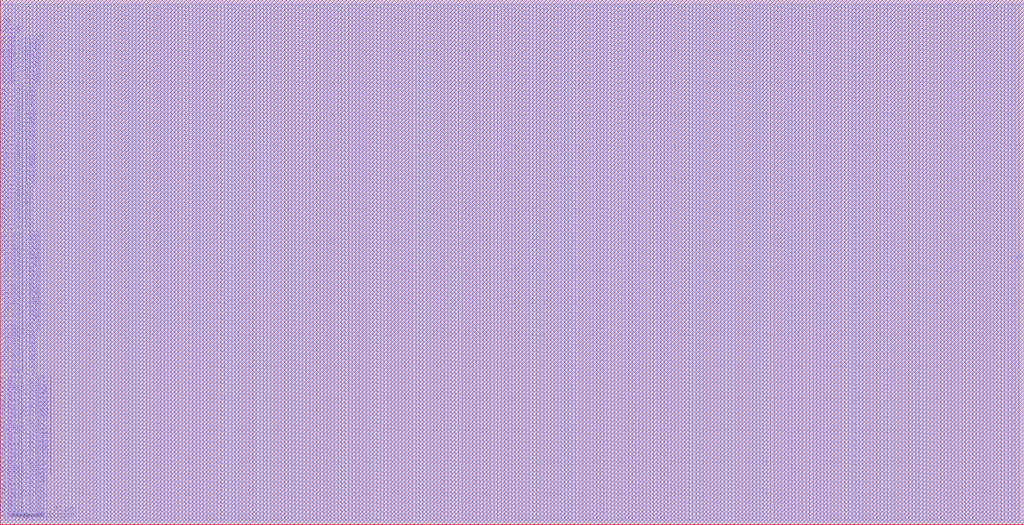
<source format=lef>
VERSION 5.7 ;
BUSBITCHARS "[]" ;
MACRO fakeram65_2048x32
  FOREIGN fakeram65_2048x32 0 0 ;
  SYMMETRY X Y R90 ;
  SIZE 323.400 BY 166.000 ;
  CLASS BLOCK ;
  PIN w_mask_in[0]
    DIRECTION INPUT ;
    USE SIGNAL ;
    SHAPE ABUTMENT ;
    PORT
      LAYER M3 ;
      RECT 0.000 1.365 0.070 1.435 ;
    END
  END w_mask_in[0]
  PIN w_mask_in[1]
    DIRECTION INPUT ;
    USE SIGNAL ;
    SHAPE ABUTMENT ;
    PORT
      LAYER M3 ;
      RECT 0.000 2.765 0.070 2.835 ;
    END
  END w_mask_in[1]
  PIN w_mask_in[2]
    DIRECTION INPUT ;
    USE SIGNAL ;
    SHAPE ABUTMENT ;
    PORT
      LAYER M3 ;
      RECT 0.000 4.165 0.070 4.235 ;
    END
  END w_mask_in[2]
  PIN w_mask_in[3]
    DIRECTION INPUT ;
    USE SIGNAL ;
    SHAPE ABUTMENT ;
    PORT
      LAYER M3 ;
      RECT 0.000 5.565 0.070 5.635 ;
    END
  END w_mask_in[3]
  PIN w_mask_in[4]
    DIRECTION INPUT ;
    USE SIGNAL ;
    SHAPE ABUTMENT ;
    PORT
      LAYER M3 ;
      RECT 0.000 6.965 0.070 7.035 ;
    END
  END w_mask_in[4]
  PIN w_mask_in[5]
    DIRECTION INPUT ;
    USE SIGNAL ;
    SHAPE ABUTMENT ;
    PORT
      LAYER M3 ;
      RECT 0.000 8.365 0.070 8.435 ;
    END
  END w_mask_in[5]
  PIN w_mask_in[6]
    DIRECTION INPUT ;
    USE SIGNAL ;
    SHAPE ABUTMENT ;
    PORT
      LAYER M3 ;
      RECT 0.000 9.765 0.070 9.835 ;
    END
  END w_mask_in[6]
  PIN w_mask_in[7]
    DIRECTION INPUT ;
    USE SIGNAL ;
    SHAPE ABUTMENT ;
    PORT
      LAYER M3 ;
      RECT 0.000 11.165 0.070 11.235 ;
    END
  END w_mask_in[7]
  PIN w_mask_in[8]
    DIRECTION INPUT ;
    USE SIGNAL ;
    SHAPE ABUTMENT ;
    PORT
      LAYER M3 ;
      RECT 0.000 12.565 0.070 12.635 ;
    END
  END w_mask_in[8]
  PIN w_mask_in[9]
    DIRECTION INPUT ;
    USE SIGNAL ;
    SHAPE ABUTMENT ;
    PORT
      LAYER M3 ;
      RECT 0.000 13.965 0.070 14.035 ;
    END
  END w_mask_in[9]
  PIN w_mask_in[10]
    DIRECTION INPUT ;
    USE SIGNAL ;
    SHAPE ABUTMENT ;
    PORT
      LAYER M3 ;
      RECT 0.000 15.365 0.070 15.435 ;
    END
  END w_mask_in[10]
  PIN w_mask_in[11]
    DIRECTION INPUT ;
    USE SIGNAL ;
    SHAPE ABUTMENT ;
    PORT
      LAYER M3 ;
      RECT 0.000 16.765 0.070 16.835 ;
    END
  END w_mask_in[11]
  PIN w_mask_in[12]
    DIRECTION INPUT ;
    USE SIGNAL ;
    SHAPE ABUTMENT ;
    PORT
      LAYER M3 ;
      RECT 0.000 18.165 0.070 18.235 ;
    END
  END w_mask_in[12]
  PIN w_mask_in[13]
    DIRECTION INPUT ;
    USE SIGNAL ;
    SHAPE ABUTMENT ;
    PORT
      LAYER M3 ;
      RECT 0.000 19.565 0.070 19.635 ;
    END
  END w_mask_in[13]
  PIN w_mask_in[14]
    DIRECTION INPUT ;
    USE SIGNAL ;
    SHAPE ABUTMENT ;
    PORT
      LAYER M3 ;
      RECT 0.000 20.965 0.070 21.035 ;
    END
  END w_mask_in[14]
  PIN w_mask_in[15]
    DIRECTION INPUT ;
    USE SIGNAL ;
    SHAPE ABUTMENT ;
    PORT
      LAYER M3 ;
      RECT 0.000 22.365 0.070 22.435 ;
    END
  END w_mask_in[15]
  PIN w_mask_in[16]
    DIRECTION INPUT ;
    USE SIGNAL ;
    SHAPE ABUTMENT ;
    PORT
      LAYER M3 ;
      RECT 0.000 23.765 0.070 23.835 ;
    END
  END w_mask_in[16]
  PIN w_mask_in[17]
    DIRECTION INPUT ;
    USE SIGNAL ;
    SHAPE ABUTMENT ;
    PORT
      LAYER M3 ;
      RECT 0.000 25.165 0.070 25.235 ;
    END
  END w_mask_in[17]
  PIN w_mask_in[18]
    DIRECTION INPUT ;
    USE SIGNAL ;
    SHAPE ABUTMENT ;
    PORT
      LAYER M3 ;
      RECT 0.000 26.565 0.070 26.635 ;
    END
  END w_mask_in[18]
  PIN w_mask_in[19]
    DIRECTION INPUT ;
    USE SIGNAL ;
    SHAPE ABUTMENT ;
    PORT
      LAYER M3 ;
      RECT 0.000 27.965 0.070 28.035 ;
    END
  END w_mask_in[19]
  PIN w_mask_in[20]
    DIRECTION INPUT ;
    USE SIGNAL ;
    SHAPE ABUTMENT ;
    PORT
      LAYER M3 ;
      RECT 0.000 29.365 0.070 29.435 ;
    END
  END w_mask_in[20]
  PIN w_mask_in[21]
    DIRECTION INPUT ;
    USE SIGNAL ;
    SHAPE ABUTMENT ;
    PORT
      LAYER M3 ;
      RECT 0.000 30.765 0.070 30.835 ;
    END
  END w_mask_in[21]
  PIN w_mask_in[22]
    DIRECTION INPUT ;
    USE SIGNAL ;
    SHAPE ABUTMENT ;
    PORT
      LAYER M3 ;
      RECT 0.000 32.165 0.070 32.235 ;
    END
  END w_mask_in[22]
  PIN w_mask_in[23]
    DIRECTION INPUT ;
    USE SIGNAL ;
    SHAPE ABUTMENT ;
    PORT
      LAYER M3 ;
      RECT 0.000 33.565 0.070 33.635 ;
    END
  END w_mask_in[23]
  PIN w_mask_in[24]
    DIRECTION INPUT ;
    USE SIGNAL ;
    SHAPE ABUTMENT ;
    PORT
      LAYER M3 ;
      RECT 0.000 34.965 0.070 35.035 ;
    END
  END w_mask_in[24]
  PIN w_mask_in[25]
    DIRECTION INPUT ;
    USE SIGNAL ;
    SHAPE ABUTMENT ;
    PORT
      LAYER M3 ;
      RECT 0.000 36.365 0.070 36.435 ;
    END
  END w_mask_in[25]
  PIN w_mask_in[26]
    DIRECTION INPUT ;
    USE SIGNAL ;
    SHAPE ABUTMENT ;
    PORT
      LAYER M3 ;
      RECT 0.000 37.765 0.070 37.835 ;
    END
  END w_mask_in[26]
  PIN w_mask_in[27]
    DIRECTION INPUT ;
    USE SIGNAL ;
    SHAPE ABUTMENT ;
    PORT
      LAYER M3 ;
      RECT 0.000 39.165 0.070 39.235 ;
    END
  END w_mask_in[27]
  PIN w_mask_in[28]
    DIRECTION INPUT ;
    USE SIGNAL ;
    SHAPE ABUTMENT ;
    PORT
      LAYER M3 ;
      RECT 0.000 40.565 0.070 40.635 ;
    END
  END w_mask_in[28]
  PIN w_mask_in[29]
    DIRECTION INPUT ;
    USE SIGNAL ;
    SHAPE ABUTMENT ;
    PORT
      LAYER M3 ;
      RECT 0.000 41.965 0.070 42.035 ;
    END
  END w_mask_in[29]
  PIN w_mask_in[30]
    DIRECTION INPUT ;
    USE SIGNAL ;
    SHAPE ABUTMENT ;
    PORT
      LAYER M3 ;
      RECT 0.000 43.365 0.070 43.435 ;
    END
  END w_mask_in[30]
  PIN w_mask_in[31]
    DIRECTION INPUT ;
    USE SIGNAL ;
    SHAPE ABUTMENT ;
    PORT
      LAYER M3 ;
      RECT 0.000 44.765 0.070 44.835 ;
    END
  END w_mask_in[31]
  PIN rd_out[0]
    DIRECTION OUTPUT ;
    USE SIGNAL ;
    SHAPE ABUTMENT ;
    PORT
      LAYER M3 ;
      RECT 0.000 47.005 0.070 47.075 ;
    END
  END rd_out[0]
  PIN rd_out[1]
    DIRECTION OUTPUT ;
    USE SIGNAL ;
    SHAPE ABUTMENT ;
    PORT
      LAYER M3 ;
      RECT 0.000 48.405 0.070 48.475 ;
    END
  END rd_out[1]
  PIN rd_out[2]
    DIRECTION OUTPUT ;
    USE SIGNAL ;
    SHAPE ABUTMENT ;
    PORT
      LAYER M3 ;
      RECT 0.000 49.805 0.070 49.875 ;
    END
  END rd_out[2]
  PIN rd_out[3]
    DIRECTION OUTPUT ;
    USE SIGNAL ;
    SHAPE ABUTMENT ;
    PORT
      LAYER M3 ;
      RECT 0.000 51.205 0.070 51.275 ;
    END
  END rd_out[3]
  PIN rd_out[4]
    DIRECTION OUTPUT ;
    USE SIGNAL ;
    SHAPE ABUTMENT ;
    PORT
      LAYER M3 ;
      RECT 0.000 52.605 0.070 52.675 ;
    END
  END rd_out[4]
  PIN rd_out[5]
    DIRECTION OUTPUT ;
    USE SIGNAL ;
    SHAPE ABUTMENT ;
    PORT
      LAYER M3 ;
      RECT 0.000 54.005 0.070 54.075 ;
    END
  END rd_out[5]
  PIN rd_out[6]
    DIRECTION OUTPUT ;
    USE SIGNAL ;
    SHAPE ABUTMENT ;
    PORT
      LAYER M3 ;
      RECT 0.000 55.405 0.070 55.475 ;
    END
  END rd_out[6]
  PIN rd_out[7]
    DIRECTION OUTPUT ;
    USE SIGNAL ;
    SHAPE ABUTMENT ;
    PORT
      LAYER M3 ;
      RECT 0.000 56.805 0.070 56.875 ;
    END
  END rd_out[7]
  PIN rd_out[8]
    DIRECTION OUTPUT ;
    USE SIGNAL ;
    SHAPE ABUTMENT ;
    PORT
      LAYER M3 ;
      RECT 0.000 58.205 0.070 58.275 ;
    END
  END rd_out[8]
  PIN rd_out[9]
    DIRECTION OUTPUT ;
    USE SIGNAL ;
    SHAPE ABUTMENT ;
    PORT
      LAYER M3 ;
      RECT 0.000 59.605 0.070 59.675 ;
    END
  END rd_out[9]
  PIN rd_out[10]
    DIRECTION OUTPUT ;
    USE SIGNAL ;
    SHAPE ABUTMENT ;
    PORT
      LAYER M3 ;
      RECT 0.000 61.005 0.070 61.075 ;
    END
  END rd_out[10]
  PIN rd_out[11]
    DIRECTION OUTPUT ;
    USE SIGNAL ;
    SHAPE ABUTMENT ;
    PORT
      LAYER M3 ;
      RECT 0.000 62.405 0.070 62.475 ;
    END
  END rd_out[11]
  PIN rd_out[12]
    DIRECTION OUTPUT ;
    USE SIGNAL ;
    SHAPE ABUTMENT ;
    PORT
      LAYER M3 ;
      RECT 0.000 63.805 0.070 63.875 ;
    END
  END rd_out[12]
  PIN rd_out[13]
    DIRECTION OUTPUT ;
    USE SIGNAL ;
    SHAPE ABUTMENT ;
    PORT
      LAYER M3 ;
      RECT 0.000 65.205 0.070 65.275 ;
    END
  END rd_out[13]
  PIN rd_out[14]
    DIRECTION OUTPUT ;
    USE SIGNAL ;
    SHAPE ABUTMENT ;
    PORT
      LAYER M3 ;
      RECT 0.000 66.605 0.070 66.675 ;
    END
  END rd_out[14]
  PIN rd_out[15]
    DIRECTION OUTPUT ;
    USE SIGNAL ;
    SHAPE ABUTMENT ;
    PORT
      LAYER M3 ;
      RECT 0.000 68.005 0.070 68.075 ;
    END
  END rd_out[15]
  PIN rd_out[16]
    DIRECTION OUTPUT ;
    USE SIGNAL ;
    SHAPE ABUTMENT ;
    PORT
      LAYER M3 ;
      RECT 0.000 69.405 0.070 69.475 ;
    END
  END rd_out[16]
  PIN rd_out[17]
    DIRECTION OUTPUT ;
    USE SIGNAL ;
    SHAPE ABUTMENT ;
    PORT
      LAYER M3 ;
      RECT 0.000 70.805 0.070 70.875 ;
    END
  END rd_out[17]
  PIN rd_out[18]
    DIRECTION OUTPUT ;
    USE SIGNAL ;
    SHAPE ABUTMENT ;
    PORT
      LAYER M3 ;
      RECT 0.000 72.205 0.070 72.275 ;
    END
  END rd_out[18]
  PIN rd_out[19]
    DIRECTION OUTPUT ;
    USE SIGNAL ;
    SHAPE ABUTMENT ;
    PORT
      LAYER M3 ;
      RECT 0.000 73.605 0.070 73.675 ;
    END
  END rd_out[19]
  PIN rd_out[20]
    DIRECTION OUTPUT ;
    USE SIGNAL ;
    SHAPE ABUTMENT ;
    PORT
      LAYER M3 ;
      RECT 0.000 75.005 0.070 75.075 ;
    END
  END rd_out[20]
  PIN rd_out[21]
    DIRECTION OUTPUT ;
    USE SIGNAL ;
    SHAPE ABUTMENT ;
    PORT
      LAYER M3 ;
      RECT 0.000 76.405 0.070 76.475 ;
    END
  END rd_out[21]
  PIN rd_out[22]
    DIRECTION OUTPUT ;
    USE SIGNAL ;
    SHAPE ABUTMENT ;
    PORT
      LAYER M3 ;
      RECT 0.000 77.805 0.070 77.875 ;
    END
  END rd_out[22]
  PIN rd_out[23]
    DIRECTION OUTPUT ;
    USE SIGNAL ;
    SHAPE ABUTMENT ;
    PORT
      LAYER M3 ;
      RECT 0.000 79.205 0.070 79.275 ;
    END
  END rd_out[23]
  PIN rd_out[24]
    DIRECTION OUTPUT ;
    USE SIGNAL ;
    SHAPE ABUTMENT ;
    PORT
      LAYER M3 ;
      RECT 0.000 80.605 0.070 80.675 ;
    END
  END rd_out[24]
  PIN rd_out[25]
    DIRECTION OUTPUT ;
    USE SIGNAL ;
    SHAPE ABUTMENT ;
    PORT
      LAYER M3 ;
      RECT 0.000 82.005 0.070 82.075 ;
    END
  END rd_out[25]
  PIN rd_out[26]
    DIRECTION OUTPUT ;
    USE SIGNAL ;
    SHAPE ABUTMENT ;
    PORT
      LAYER M3 ;
      RECT 0.000 83.405 0.070 83.475 ;
    END
  END rd_out[26]
  PIN rd_out[27]
    DIRECTION OUTPUT ;
    USE SIGNAL ;
    SHAPE ABUTMENT ;
    PORT
      LAYER M3 ;
      RECT 0.000 84.805 0.070 84.875 ;
    END
  END rd_out[27]
  PIN rd_out[28]
    DIRECTION OUTPUT ;
    USE SIGNAL ;
    SHAPE ABUTMENT ;
    PORT
      LAYER M3 ;
      RECT 0.000 86.205 0.070 86.275 ;
    END
  END rd_out[28]
  PIN rd_out[29]
    DIRECTION OUTPUT ;
    USE SIGNAL ;
    SHAPE ABUTMENT ;
    PORT
      LAYER M3 ;
      RECT 0.000 87.605 0.070 87.675 ;
    END
  END rd_out[29]
  PIN rd_out[30]
    DIRECTION OUTPUT ;
    USE SIGNAL ;
    SHAPE ABUTMENT ;
    PORT
      LAYER M3 ;
      RECT 0.000 89.005 0.070 89.075 ;
    END
  END rd_out[30]
  PIN rd_out[31]
    DIRECTION OUTPUT ;
    USE SIGNAL ;
    SHAPE ABUTMENT ;
    PORT
      LAYER M3 ;
      RECT 0.000 90.405 0.070 90.475 ;
    END
  END rd_out[31]
  PIN wd_in[0]
    DIRECTION INPUT ;
    USE SIGNAL ;
    SHAPE ABUTMENT ;
    PORT
      LAYER M3 ;
      RECT 0.000 92.645 0.070 92.715 ;
    END
  END wd_in[0]
  PIN wd_in[1]
    DIRECTION INPUT ;
    USE SIGNAL ;
    SHAPE ABUTMENT ;
    PORT
      LAYER M3 ;
      RECT 0.000 94.045 0.070 94.115 ;
    END
  END wd_in[1]
  PIN wd_in[2]
    DIRECTION INPUT ;
    USE SIGNAL ;
    SHAPE ABUTMENT ;
    PORT
      LAYER M3 ;
      RECT 0.000 95.445 0.070 95.515 ;
    END
  END wd_in[2]
  PIN wd_in[3]
    DIRECTION INPUT ;
    USE SIGNAL ;
    SHAPE ABUTMENT ;
    PORT
      LAYER M3 ;
      RECT 0.000 96.845 0.070 96.915 ;
    END
  END wd_in[3]
  PIN wd_in[4]
    DIRECTION INPUT ;
    USE SIGNAL ;
    SHAPE ABUTMENT ;
    PORT
      LAYER M3 ;
      RECT 0.000 98.245 0.070 98.315 ;
    END
  END wd_in[4]
  PIN wd_in[5]
    DIRECTION INPUT ;
    USE SIGNAL ;
    SHAPE ABUTMENT ;
    PORT
      LAYER M3 ;
      RECT 0.000 99.645 0.070 99.715 ;
    END
  END wd_in[5]
  PIN wd_in[6]
    DIRECTION INPUT ;
    USE SIGNAL ;
    SHAPE ABUTMENT ;
    PORT
      LAYER M3 ;
      RECT 0.000 101.045 0.070 101.115 ;
    END
  END wd_in[6]
  PIN wd_in[7]
    DIRECTION INPUT ;
    USE SIGNAL ;
    SHAPE ABUTMENT ;
    PORT
      LAYER M3 ;
      RECT 0.000 102.445 0.070 102.515 ;
    END
  END wd_in[7]
  PIN wd_in[8]
    DIRECTION INPUT ;
    USE SIGNAL ;
    SHAPE ABUTMENT ;
    PORT
      LAYER M3 ;
      RECT 0.000 103.845 0.070 103.915 ;
    END
  END wd_in[8]
  PIN wd_in[9]
    DIRECTION INPUT ;
    USE SIGNAL ;
    SHAPE ABUTMENT ;
    PORT
      LAYER M3 ;
      RECT 0.000 105.245 0.070 105.315 ;
    END
  END wd_in[9]
  PIN wd_in[10]
    DIRECTION INPUT ;
    USE SIGNAL ;
    SHAPE ABUTMENT ;
    PORT
      LAYER M3 ;
      RECT 0.000 106.645 0.070 106.715 ;
    END
  END wd_in[10]
  PIN wd_in[11]
    DIRECTION INPUT ;
    USE SIGNAL ;
    SHAPE ABUTMENT ;
    PORT
      LAYER M3 ;
      RECT 0.000 108.045 0.070 108.115 ;
    END
  END wd_in[11]
  PIN wd_in[12]
    DIRECTION INPUT ;
    USE SIGNAL ;
    SHAPE ABUTMENT ;
    PORT
      LAYER M3 ;
      RECT 0.000 109.445 0.070 109.515 ;
    END
  END wd_in[12]
  PIN wd_in[13]
    DIRECTION INPUT ;
    USE SIGNAL ;
    SHAPE ABUTMENT ;
    PORT
      LAYER M3 ;
      RECT 0.000 110.845 0.070 110.915 ;
    END
  END wd_in[13]
  PIN wd_in[14]
    DIRECTION INPUT ;
    USE SIGNAL ;
    SHAPE ABUTMENT ;
    PORT
      LAYER M3 ;
      RECT 0.000 112.245 0.070 112.315 ;
    END
  END wd_in[14]
  PIN wd_in[15]
    DIRECTION INPUT ;
    USE SIGNAL ;
    SHAPE ABUTMENT ;
    PORT
      LAYER M3 ;
      RECT 0.000 113.645 0.070 113.715 ;
    END
  END wd_in[15]
  PIN wd_in[16]
    DIRECTION INPUT ;
    USE SIGNAL ;
    SHAPE ABUTMENT ;
    PORT
      LAYER M3 ;
      RECT 0.000 115.045 0.070 115.115 ;
    END
  END wd_in[16]
  PIN wd_in[17]
    DIRECTION INPUT ;
    USE SIGNAL ;
    SHAPE ABUTMENT ;
    PORT
      LAYER M3 ;
      RECT 0.000 116.445 0.070 116.515 ;
    END
  END wd_in[17]
  PIN wd_in[18]
    DIRECTION INPUT ;
    USE SIGNAL ;
    SHAPE ABUTMENT ;
    PORT
      LAYER M3 ;
      RECT 0.000 117.845 0.070 117.915 ;
    END
  END wd_in[18]
  PIN wd_in[19]
    DIRECTION INPUT ;
    USE SIGNAL ;
    SHAPE ABUTMENT ;
    PORT
      LAYER M3 ;
      RECT 0.000 119.245 0.070 119.315 ;
    END
  END wd_in[19]
  PIN wd_in[20]
    DIRECTION INPUT ;
    USE SIGNAL ;
    SHAPE ABUTMENT ;
    PORT
      LAYER M3 ;
      RECT 0.000 120.645 0.070 120.715 ;
    END
  END wd_in[20]
  PIN wd_in[21]
    DIRECTION INPUT ;
    USE SIGNAL ;
    SHAPE ABUTMENT ;
    PORT
      LAYER M3 ;
      RECT 0.000 122.045 0.070 122.115 ;
    END
  END wd_in[21]
  PIN wd_in[22]
    DIRECTION INPUT ;
    USE SIGNAL ;
    SHAPE ABUTMENT ;
    PORT
      LAYER M3 ;
      RECT 0.000 123.445 0.070 123.515 ;
    END
  END wd_in[22]
  PIN wd_in[23]
    DIRECTION INPUT ;
    USE SIGNAL ;
    SHAPE ABUTMENT ;
    PORT
      LAYER M3 ;
      RECT 0.000 124.845 0.070 124.915 ;
    END
  END wd_in[23]
  PIN wd_in[24]
    DIRECTION INPUT ;
    USE SIGNAL ;
    SHAPE ABUTMENT ;
    PORT
      LAYER M3 ;
      RECT 0.000 126.245 0.070 126.315 ;
    END
  END wd_in[24]
  PIN wd_in[25]
    DIRECTION INPUT ;
    USE SIGNAL ;
    SHAPE ABUTMENT ;
    PORT
      LAYER M3 ;
      RECT 0.000 127.645 0.070 127.715 ;
    END
  END wd_in[25]
  PIN wd_in[26]
    DIRECTION INPUT ;
    USE SIGNAL ;
    SHAPE ABUTMENT ;
    PORT
      LAYER M3 ;
      RECT 0.000 129.045 0.070 129.115 ;
    END
  END wd_in[26]
  PIN wd_in[27]
    DIRECTION INPUT ;
    USE SIGNAL ;
    SHAPE ABUTMENT ;
    PORT
      LAYER M3 ;
      RECT 0.000 130.445 0.070 130.515 ;
    END
  END wd_in[27]
  PIN wd_in[28]
    DIRECTION INPUT ;
    USE SIGNAL ;
    SHAPE ABUTMENT ;
    PORT
      LAYER M3 ;
      RECT 0.000 131.845 0.070 131.915 ;
    END
  END wd_in[28]
  PIN wd_in[29]
    DIRECTION INPUT ;
    USE SIGNAL ;
    SHAPE ABUTMENT ;
    PORT
      LAYER M3 ;
      RECT 0.000 133.245 0.070 133.315 ;
    END
  END wd_in[29]
  PIN wd_in[30]
    DIRECTION INPUT ;
    USE SIGNAL ;
    SHAPE ABUTMENT ;
    PORT
      LAYER M3 ;
      RECT 0.000 134.645 0.070 134.715 ;
    END
  END wd_in[30]
  PIN wd_in[31]
    DIRECTION INPUT ;
    USE SIGNAL ;
    SHAPE ABUTMENT ;
    PORT
      LAYER M3 ;
      RECT 0.000 136.045 0.070 136.115 ;
    END
  END wd_in[31]
  PIN addr_in[0]
    DIRECTION INPUT ;
    USE SIGNAL ;
    SHAPE ABUTMENT ;
    PORT
      LAYER M3 ;
      RECT 0.000 138.285 0.070 138.355 ;
    END
  END addr_in[0]
  PIN addr_in[1]
    DIRECTION INPUT ;
    USE SIGNAL ;
    SHAPE ABUTMENT ;
    PORT
      LAYER M3 ;
      RECT 0.000 139.685 0.070 139.755 ;
    END
  END addr_in[1]
  PIN addr_in[2]
    DIRECTION INPUT ;
    USE SIGNAL ;
    SHAPE ABUTMENT ;
    PORT
      LAYER M3 ;
      RECT 0.000 141.085 0.070 141.155 ;
    END
  END addr_in[2]
  PIN addr_in[3]
    DIRECTION INPUT ;
    USE SIGNAL ;
    SHAPE ABUTMENT ;
    PORT
      LAYER M3 ;
      RECT 0.000 142.485 0.070 142.555 ;
    END
  END addr_in[3]
  PIN addr_in[4]
    DIRECTION INPUT ;
    USE SIGNAL ;
    SHAPE ABUTMENT ;
    PORT
      LAYER M3 ;
      RECT 0.000 143.885 0.070 143.955 ;
    END
  END addr_in[4]
  PIN addr_in[5]
    DIRECTION INPUT ;
    USE SIGNAL ;
    SHAPE ABUTMENT ;
    PORT
      LAYER M3 ;
      RECT 0.000 145.285 0.070 145.355 ;
    END
  END addr_in[5]
  PIN addr_in[6]
    DIRECTION INPUT ;
    USE SIGNAL ;
    SHAPE ABUTMENT ;
    PORT
      LAYER M3 ;
      RECT 0.000 146.685 0.070 146.755 ;
    END
  END addr_in[6]
  PIN addr_in[7]
    DIRECTION INPUT ;
    USE SIGNAL ;
    SHAPE ABUTMENT ;
    PORT
      LAYER M3 ;
      RECT 0.000 148.085 0.070 148.155 ;
    END
  END addr_in[7]
  PIN addr_in[8]
    DIRECTION INPUT ;
    USE SIGNAL ;
    SHAPE ABUTMENT ;
    PORT
      LAYER M3 ;
      RECT 0.000 149.485 0.070 149.555 ;
    END
  END addr_in[8]
  PIN addr_in[9]
    DIRECTION INPUT ;
    USE SIGNAL ;
    SHAPE ABUTMENT ;
    PORT
      LAYER M3 ;
      RECT 0.000 150.885 0.070 150.955 ;
    END
  END addr_in[9]
  PIN addr_in[10]
    DIRECTION INPUT ;
    USE SIGNAL ;
    SHAPE ABUTMENT ;
    PORT
      LAYER M3 ;
      RECT 0.000 152.285 0.070 152.355 ;
    END
  END addr_in[10]
  PIN we_in
    DIRECTION INPUT ;
    USE SIGNAL ;
    SHAPE ABUTMENT ;
    PORT
      LAYER M3 ;
      RECT 0.000 154.525 0.070 154.595 ;
    END
  END we_in
  PIN ce_in
    DIRECTION INPUT ;
    USE SIGNAL ;
    SHAPE ABUTMENT ;
    PORT
      LAYER M3 ;
      RECT 0.000 155.925 0.070 155.995 ;
    END
  END ce_in
  PIN clk
    DIRECTION INPUT ;
    USE SIGNAL ;
    SHAPE ABUTMENT ;
    PORT
      LAYER M3 ;
      RECT 0.000 157.325 0.070 157.395 ;
    END
  END clk
  PIN VSS
    DIRECTION INOUT ;
    USE GROUND ;
    PORT
      LAYER M4 ;
      RECT 1.260 1.400 1.540 164.600 ;
      RECT 3.500 1.400 3.780 164.600 ;
      RECT 5.740 1.400 6.020 164.600 ;
      RECT 7.980 1.400 8.260 164.600 ;
      RECT 10.220 1.400 10.500 164.600 ;
      RECT 12.460 1.400 12.740 164.600 ;
      RECT 14.700 1.400 14.980 164.600 ;
      RECT 16.940 1.400 17.220 164.600 ;
      RECT 19.180 1.400 19.460 164.600 ;
      RECT 21.420 1.400 21.700 164.600 ;
      RECT 23.660 1.400 23.940 164.600 ;
      RECT 25.900 1.400 26.180 164.600 ;
      RECT 28.140 1.400 28.420 164.600 ;
      RECT 30.380 1.400 30.660 164.600 ;
      RECT 32.620 1.400 32.900 164.600 ;
      RECT 34.860 1.400 35.140 164.600 ;
      RECT 37.100 1.400 37.380 164.600 ;
      RECT 39.340 1.400 39.620 164.600 ;
      RECT 41.580 1.400 41.860 164.600 ;
      RECT 43.820 1.400 44.100 164.600 ;
      RECT 46.060 1.400 46.340 164.600 ;
      RECT 48.300 1.400 48.580 164.600 ;
      RECT 50.540 1.400 50.820 164.600 ;
      RECT 52.780 1.400 53.060 164.600 ;
      RECT 55.020 1.400 55.300 164.600 ;
      RECT 57.260 1.400 57.540 164.600 ;
      RECT 59.500 1.400 59.780 164.600 ;
      RECT 61.740 1.400 62.020 164.600 ;
      RECT 63.980 1.400 64.260 164.600 ;
      RECT 66.220 1.400 66.500 164.600 ;
      RECT 68.460 1.400 68.740 164.600 ;
      RECT 70.700 1.400 70.980 164.600 ;
      RECT 72.940 1.400 73.220 164.600 ;
      RECT 75.180 1.400 75.460 164.600 ;
      RECT 77.420 1.400 77.700 164.600 ;
      RECT 79.660 1.400 79.940 164.600 ;
      RECT 81.900 1.400 82.180 164.600 ;
      RECT 84.140 1.400 84.420 164.600 ;
      RECT 86.380 1.400 86.660 164.600 ;
      RECT 88.620 1.400 88.900 164.600 ;
      RECT 90.860 1.400 91.140 164.600 ;
      RECT 93.100 1.400 93.380 164.600 ;
      RECT 95.340 1.400 95.620 164.600 ;
      RECT 97.580 1.400 97.860 164.600 ;
      RECT 99.820 1.400 100.100 164.600 ;
      RECT 102.060 1.400 102.340 164.600 ;
      RECT 104.300 1.400 104.580 164.600 ;
      RECT 106.540 1.400 106.820 164.600 ;
      RECT 108.780 1.400 109.060 164.600 ;
      RECT 111.020 1.400 111.300 164.600 ;
      RECT 113.260 1.400 113.540 164.600 ;
      RECT 115.500 1.400 115.780 164.600 ;
      RECT 117.740 1.400 118.020 164.600 ;
      RECT 119.980 1.400 120.260 164.600 ;
      RECT 122.220 1.400 122.500 164.600 ;
      RECT 124.460 1.400 124.740 164.600 ;
      RECT 126.700 1.400 126.980 164.600 ;
      RECT 128.940 1.400 129.220 164.600 ;
      RECT 131.180 1.400 131.460 164.600 ;
      RECT 133.420 1.400 133.700 164.600 ;
      RECT 135.660 1.400 135.940 164.600 ;
      RECT 137.900 1.400 138.180 164.600 ;
      RECT 140.140 1.400 140.420 164.600 ;
      RECT 142.380 1.400 142.660 164.600 ;
      RECT 144.620 1.400 144.900 164.600 ;
      RECT 146.860 1.400 147.140 164.600 ;
      RECT 149.100 1.400 149.380 164.600 ;
      RECT 151.340 1.400 151.620 164.600 ;
      RECT 153.580 1.400 153.860 164.600 ;
      RECT 155.820 1.400 156.100 164.600 ;
      RECT 158.060 1.400 158.340 164.600 ;
      RECT 160.300 1.400 160.580 164.600 ;
      RECT 162.540 1.400 162.820 164.600 ;
      RECT 164.780 1.400 165.060 164.600 ;
      RECT 167.020 1.400 167.300 164.600 ;
      RECT 169.260 1.400 169.540 164.600 ;
      RECT 171.500 1.400 171.780 164.600 ;
      RECT 173.740 1.400 174.020 164.600 ;
      RECT 175.980 1.400 176.260 164.600 ;
      RECT 178.220 1.400 178.500 164.600 ;
      RECT 180.460 1.400 180.740 164.600 ;
      RECT 182.700 1.400 182.980 164.600 ;
      RECT 184.940 1.400 185.220 164.600 ;
      RECT 187.180 1.400 187.460 164.600 ;
      RECT 189.420 1.400 189.700 164.600 ;
      RECT 191.660 1.400 191.940 164.600 ;
      RECT 193.900 1.400 194.180 164.600 ;
      RECT 196.140 1.400 196.420 164.600 ;
      RECT 198.380 1.400 198.660 164.600 ;
      RECT 200.620 1.400 200.900 164.600 ;
      RECT 202.860 1.400 203.140 164.600 ;
      RECT 205.100 1.400 205.380 164.600 ;
      RECT 207.340 1.400 207.620 164.600 ;
      RECT 209.580 1.400 209.860 164.600 ;
      RECT 211.820 1.400 212.100 164.600 ;
      RECT 214.060 1.400 214.340 164.600 ;
      RECT 216.300 1.400 216.580 164.600 ;
      RECT 218.540 1.400 218.820 164.600 ;
      RECT 220.780 1.400 221.060 164.600 ;
      RECT 223.020 1.400 223.300 164.600 ;
      RECT 225.260 1.400 225.540 164.600 ;
      RECT 227.500 1.400 227.780 164.600 ;
      RECT 229.740 1.400 230.020 164.600 ;
      RECT 231.980 1.400 232.260 164.600 ;
      RECT 234.220 1.400 234.500 164.600 ;
      RECT 236.460 1.400 236.740 164.600 ;
      RECT 238.700 1.400 238.980 164.600 ;
      RECT 240.940 1.400 241.220 164.600 ;
      RECT 243.180 1.400 243.460 164.600 ;
      RECT 245.420 1.400 245.700 164.600 ;
      RECT 247.660 1.400 247.940 164.600 ;
      RECT 249.900 1.400 250.180 164.600 ;
      RECT 252.140 1.400 252.420 164.600 ;
      RECT 254.380 1.400 254.660 164.600 ;
      RECT 256.620 1.400 256.900 164.600 ;
      RECT 258.860 1.400 259.140 164.600 ;
      RECT 261.100 1.400 261.380 164.600 ;
      RECT 263.340 1.400 263.620 164.600 ;
      RECT 265.580 1.400 265.860 164.600 ;
      RECT 267.820 1.400 268.100 164.600 ;
      RECT 270.060 1.400 270.340 164.600 ;
      RECT 272.300 1.400 272.580 164.600 ;
      RECT 274.540 1.400 274.820 164.600 ;
      RECT 276.780 1.400 277.060 164.600 ;
      RECT 279.020 1.400 279.300 164.600 ;
      RECT 281.260 1.400 281.540 164.600 ;
      RECT 283.500 1.400 283.780 164.600 ;
      RECT 285.740 1.400 286.020 164.600 ;
      RECT 287.980 1.400 288.260 164.600 ;
      RECT 290.220 1.400 290.500 164.600 ;
      RECT 292.460 1.400 292.740 164.600 ;
      RECT 294.700 1.400 294.980 164.600 ;
      RECT 296.940 1.400 297.220 164.600 ;
      RECT 299.180 1.400 299.460 164.600 ;
      RECT 301.420 1.400 301.700 164.600 ;
      RECT 303.660 1.400 303.940 164.600 ;
      RECT 305.900 1.400 306.180 164.600 ;
      RECT 308.140 1.400 308.420 164.600 ;
      RECT 310.380 1.400 310.660 164.600 ;
      RECT 312.620 1.400 312.900 164.600 ;
      RECT 314.860 1.400 315.140 164.600 ;
      RECT 317.100 1.400 317.380 164.600 ;
      RECT 319.340 1.400 319.620 164.600 ;
      RECT 321.580 1.400 321.860 164.600 ;
    END
  END VSS
  PIN VDD
    DIRECTION INOUT ;
    USE POWER ;
    PORT
      LAYER M4 ;
      RECT 2.380 1.400 2.660 164.600 ;
      RECT 4.620 1.400 4.900 164.600 ;
      RECT 6.860 1.400 7.140 164.600 ;
      RECT 9.100 1.400 9.380 164.600 ;
      RECT 11.340 1.400 11.620 164.600 ;
      RECT 13.580 1.400 13.860 164.600 ;
      RECT 15.820 1.400 16.100 164.600 ;
      RECT 18.060 1.400 18.340 164.600 ;
      RECT 20.300 1.400 20.580 164.600 ;
      RECT 22.540 1.400 22.820 164.600 ;
      RECT 24.780 1.400 25.060 164.600 ;
      RECT 27.020 1.400 27.300 164.600 ;
      RECT 29.260 1.400 29.540 164.600 ;
      RECT 31.500 1.400 31.780 164.600 ;
      RECT 33.740 1.400 34.020 164.600 ;
      RECT 35.980 1.400 36.260 164.600 ;
      RECT 38.220 1.400 38.500 164.600 ;
      RECT 40.460 1.400 40.740 164.600 ;
      RECT 42.700 1.400 42.980 164.600 ;
      RECT 44.940 1.400 45.220 164.600 ;
      RECT 47.180 1.400 47.460 164.600 ;
      RECT 49.420 1.400 49.700 164.600 ;
      RECT 51.660 1.400 51.940 164.600 ;
      RECT 53.900 1.400 54.180 164.600 ;
      RECT 56.140 1.400 56.420 164.600 ;
      RECT 58.380 1.400 58.660 164.600 ;
      RECT 60.620 1.400 60.900 164.600 ;
      RECT 62.860 1.400 63.140 164.600 ;
      RECT 65.100 1.400 65.380 164.600 ;
      RECT 67.340 1.400 67.620 164.600 ;
      RECT 69.580 1.400 69.860 164.600 ;
      RECT 71.820 1.400 72.100 164.600 ;
      RECT 74.060 1.400 74.340 164.600 ;
      RECT 76.300 1.400 76.580 164.600 ;
      RECT 78.540 1.400 78.820 164.600 ;
      RECT 80.780 1.400 81.060 164.600 ;
      RECT 83.020 1.400 83.300 164.600 ;
      RECT 85.260 1.400 85.540 164.600 ;
      RECT 87.500 1.400 87.780 164.600 ;
      RECT 89.740 1.400 90.020 164.600 ;
      RECT 91.980 1.400 92.260 164.600 ;
      RECT 94.220 1.400 94.500 164.600 ;
      RECT 96.460 1.400 96.740 164.600 ;
      RECT 98.700 1.400 98.980 164.600 ;
      RECT 100.940 1.400 101.220 164.600 ;
      RECT 103.180 1.400 103.460 164.600 ;
      RECT 105.420 1.400 105.700 164.600 ;
      RECT 107.660 1.400 107.940 164.600 ;
      RECT 109.900 1.400 110.180 164.600 ;
      RECT 112.140 1.400 112.420 164.600 ;
      RECT 114.380 1.400 114.660 164.600 ;
      RECT 116.620 1.400 116.900 164.600 ;
      RECT 118.860 1.400 119.140 164.600 ;
      RECT 121.100 1.400 121.380 164.600 ;
      RECT 123.340 1.400 123.620 164.600 ;
      RECT 125.580 1.400 125.860 164.600 ;
      RECT 127.820 1.400 128.100 164.600 ;
      RECT 130.060 1.400 130.340 164.600 ;
      RECT 132.300 1.400 132.580 164.600 ;
      RECT 134.540 1.400 134.820 164.600 ;
      RECT 136.780 1.400 137.060 164.600 ;
      RECT 139.020 1.400 139.300 164.600 ;
      RECT 141.260 1.400 141.540 164.600 ;
      RECT 143.500 1.400 143.780 164.600 ;
      RECT 145.740 1.400 146.020 164.600 ;
      RECT 147.980 1.400 148.260 164.600 ;
      RECT 150.220 1.400 150.500 164.600 ;
      RECT 152.460 1.400 152.740 164.600 ;
      RECT 154.700 1.400 154.980 164.600 ;
      RECT 156.940 1.400 157.220 164.600 ;
      RECT 159.180 1.400 159.460 164.600 ;
      RECT 161.420 1.400 161.700 164.600 ;
      RECT 163.660 1.400 163.940 164.600 ;
      RECT 165.900 1.400 166.180 164.600 ;
      RECT 168.140 1.400 168.420 164.600 ;
      RECT 170.380 1.400 170.660 164.600 ;
      RECT 172.620 1.400 172.900 164.600 ;
      RECT 174.860 1.400 175.140 164.600 ;
      RECT 177.100 1.400 177.380 164.600 ;
      RECT 179.340 1.400 179.620 164.600 ;
      RECT 181.580 1.400 181.860 164.600 ;
      RECT 183.820 1.400 184.100 164.600 ;
      RECT 186.060 1.400 186.340 164.600 ;
      RECT 188.300 1.400 188.580 164.600 ;
      RECT 190.540 1.400 190.820 164.600 ;
      RECT 192.780 1.400 193.060 164.600 ;
      RECT 195.020 1.400 195.300 164.600 ;
      RECT 197.260 1.400 197.540 164.600 ;
      RECT 199.500 1.400 199.780 164.600 ;
      RECT 201.740 1.400 202.020 164.600 ;
      RECT 203.980 1.400 204.260 164.600 ;
      RECT 206.220 1.400 206.500 164.600 ;
      RECT 208.460 1.400 208.740 164.600 ;
      RECT 210.700 1.400 210.980 164.600 ;
      RECT 212.940 1.400 213.220 164.600 ;
      RECT 215.180 1.400 215.460 164.600 ;
      RECT 217.420 1.400 217.700 164.600 ;
      RECT 219.660 1.400 219.940 164.600 ;
      RECT 221.900 1.400 222.180 164.600 ;
      RECT 224.140 1.400 224.420 164.600 ;
      RECT 226.380 1.400 226.660 164.600 ;
      RECT 228.620 1.400 228.900 164.600 ;
      RECT 230.860 1.400 231.140 164.600 ;
      RECT 233.100 1.400 233.380 164.600 ;
      RECT 235.340 1.400 235.620 164.600 ;
      RECT 237.580 1.400 237.860 164.600 ;
      RECT 239.820 1.400 240.100 164.600 ;
      RECT 242.060 1.400 242.340 164.600 ;
      RECT 244.300 1.400 244.580 164.600 ;
      RECT 246.540 1.400 246.820 164.600 ;
      RECT 248.780 1.400 249.060 164.600 ;
      RECT 251.020 1.400 251.300 164.600 ;
      RECT 253.260 1.400 253.540 164.600 ;
      RECT 255.500 1.400 255.780 164.600 ;
      RECT 257.740 1.400 258.020 164.600 ;
      RECT 259.980 1.400 260.260 164.600 ;
      RECT 262.220 1.400 262.500 164.600 ;
      RECT 264.460 1.400 264.740 164.600 ;
      RECT 266.700 1.400 266.980 164.600 ;
      RECT 268.940 1.400 269.220 164.600 ;
      RECT 271.180 1.400 271.460 164.600 ;
      RECT 273.420 1.400 273.700 164.600 ;
      RECT 275.660 1.400 275.940 164.600 ;
      RECT 277.900 1.400 278.180 164.600 ;
      RECT 280.140 1.400 280.420 164.600 ;
      RECT 282.380 1.400 282.660 164.600 ;
      RECT 284.620 1.400 284.900 164.600 ;
      RECT 286.860 1.400 287.140 164.600 ;
      RECT 289.100 1.400 289.380 164.600 ;
      RECT 291.340 1.400 291.620 164.600 ;
      RECT 293.580 1.400 293.860 164.600 ;
      RECT 295.820 1.400 296.100 164.600 ;
      RECT 298.060 1.400 298.340 164.600 ;
      RECT 300.300 1.400 300.580 164.600 ;
      RECT 302.540 1.400 302.820 164.600 ;
      RECT 304.780 1.400 305.060 164.600 ;
      RECT 307.020 1.400 307.300 164.600 ;
      RECT 309.260 1.400 309.540 164.600 ;
      RECT 311.500 1.400 311.780 164.600 ;
      RECT 313.740 1.400 314.020 164.600 ;
      RECT 315.980 1.400 316.260 164.600 ;
      RECT 318.220 1.400 318.500 164.600 ;
      RECT 320.460 1.400 320.740 164.600 ;
    END
  END VDD
  OBS
    LAYER M1 ;
    RECT 0 0 323.400 166.000 ;
    LAYER M2 ;
    RECT 0 0 323.400 166.000 ;
    LAYER M3 ;
    RECT 0.070 0 323.400 166.000 ;
    RECT 0 0.000 0.070 1.365 ;
    RECT 0 1.435 0.070 2.765 ;
    RECT 0 2.835 0.070 4.165 ;
    RECT 0 4.235 0.070 5.565 ;
    RECT 0 5.635 0.070 6.965 ;
    RECT 0 7.035 0.070 8.365 ;
    RECT 0 8.435 0.070 9.765 ;
    RECT 0 9.835 0.070 11.165 ;
    RECT 0 11.235 0.070 12.565 ;
    RECT 0 12.635 0.070 13.965 ;
    RECT 0 14.035 0.070 15.365 ;
    RECT 0 15.435 0.070 16.765 ;
    RECT 0 16.835 0.070 18.165 ;
    RECT 0 18.235 0.070 19.565 ;
    RECT 0 19.635 0.070 20.965 ;
    RECT 0 21.035 0.070 22.365 ;
    RECT 0 22.435 0.070 23.765 ;
    RECT 0 23.835 0.070 25.165 ;
    RECT 0 25.235 0.070 26.565 ;
    RECT 0 26.635 0.070 27.965 ;
    RECT 0 28.035 0.070 29.365 ;
    RECT 0 29.435 0.070 30.765 ;
    RECT 0 30.835 0.070 32.165 ;
    RECT 0 32.235 0.070 33.565 ;
    RECT 0 33.635 0.070 34.965 ;
    RECT 0 35.035 0.070 36.365 ;
    RECT 0 36.435 0.070 37.765 ;
    RECT 0 37.835 0.070 39.165 ;
    RECT 0 39.235 0.070 40.565 ;
    RECT 0 40.635 0.070 41.965 ;
    RECT 0 42.035 0.070 43.365 ;
    RECT 0 43.435 0.070 44.765 ;
    RECT 0 44.835 0.070 47.005 ;
    RECT 0 47.075 0.070 48.405 ;
    RECT 0 48.475 0.070 49.805 ;
    RECT 0 49.875 0.070 51.205 ;
    RECT 0 51.275 0.070 52.605 ;
    RECT 0 52.675 0.070 54.005 ;
    RECT 0 54.075 0.070 55.405 ;
    RECT 0 55.475 0.070 56.805 ;
    RECT 0 56.875 0.070 58.205 ;
    RECT 0 58.275 0.070 59.605 ;
    RECT 0 59.675 0.070 61.005 ;
    RECT 0 61.075 0.070 62.405 ;
    RECT 0 62.475 0.070 63.805 ;
    RECT 0 63.875 0.070 65.205 ;
    RECT 0 65.275 0.070 66.605 ;
    RECT 0 66.675 0.070 68.005 ;
    RECT 0 68.075 0.070 69.405 ;
    RECT 0 69.475 0.070 70.805 ;
    RECT 0 70.875 0.070 72.205 ;
    RECT 0 72.275 0.070 73.605 ;
    RECT 0 73.675 0.070 75.005 ;
    RECT 0 75.075 0.070 76.405 ;
    RECT 0 76.475 0.070 77.805 ;
    RECT 0 77.875 0.070 79.205 ;
    RECT 0 79.275 0.070 80.605 ;
    RECT 0 80.675 0.070 82.005 ;
    RECT 0 82.075 0.070 83.405 ;
    RECT 0 83.475 0.070 84.805 ;
    RECT 0 84.875 0.070 86.205 ;
    RECT 0 86.275 0.070 87.605 ;
    RECT 0 87.675 0.070 89.005 ;
    RECT 0 89.075 0.070 90.405 ;
    RECT 0 90.475 0.070 92.645 ;
    RECT 0 92.715 0.070 94.045 ;
    RECT 0 94.115 0.070 95.445 ;
    RECT 0 95.515 0.070 96.845 ;
    RECT 0 96.915 0.070 98.245 ;
    RECT 0 98.315 0.070 99.645 ;
    RECT 0 99.715 0.070 101.045 ;
    RECT 0 101.115 0.070 102.445 ;
    RECT 0 102.515 0.070 103.845 ;
    RECT 0 103.915 0.070 105.245 ;
    RECT 0 105.315 0.070 106.645 ;
    RECT 0 106.715 0.070 108.045 ;
    RECT 0 108.115 0.070 109.445 ;
    RECT 0 109.515 0.070 110.845 ;
    RECT 0 110.915 0.070 112.245 ;
    RECT 0 112.315 0.070 113.645 ;
    RECT 0 113.715 0.070 115.045 ;
    RECT 0 115.115 0.070 116.445 ;
    RECT 0 116.515 0.070 117.845 ;
    RECT 0 117.915 0.070 119.245 ;
    RECT 0 119.315 0.070 120.645 ;
    RECT 0 120.715 0.070 122.045 ;
    RECT 0 122.115 0.070 123.445 ;
    RECT 0 123.515 0.070 124.845 ;
    RECT 0 124.915 0.070 126.245 ;
    RECT 0 126.315 0.070 127.645 ;
    RECT 0 127.715 0.070 129.045 ;
    RECT 0 129.115 0.070 130.445 ;
    RECT 0 130.515 0.070 131.845 ;
    RECT 0 131.915 0.070 133.245 ;
    RECT 0 133.315 0.070 134.645 ;
    RECT 0 134.715 0.070 136.045 ;
    RECT 0 136.115 0.070 138.285 ;
    RECT 0 138.355 0.070 139.685 ;
    RECT 0 139.755 0.070 141.085 ;
    RECT 0 141.155 0.070 142.485 ;
    RECT 0 142.555 0.070 143.885 ;
    RECT 0 143.955 0.070 145.285 ;
    RECT 0 145.355 0.070 146.685 ;
    RECT 0 146.755 0.070 148.085 ;
    RECT 0 148.155 0.070 149.485 ;
    RECT 0 149.555 0.070 150.885 ;
    RECT 0 150.955 0.070 152.285 ;
    RECT 0 152.355 0.070 154.525 ;
    RECT 0 154.595 0.070 155.925 ;
    RECT 0 155.995 0.070 157.325 ;
    RECT 0 157.395 0.070 166.000 ;
    LAYER M4 ;
    RECT 0 0 323.400 1.400 ;
    RECT 0 164.600 323.400 166.000 ;
    RECT 0.000 1.400 1.260 164.600 ;
    RECT 1.540 1.400 2.380 164.600 ;
    RECT 2.660 1.400 3.500 164.600 ;
    RECT 3.780 1.400 4.620 164.600 ;
    RECT 4.900 1.400 5.740 164.600 ;
    RECT 6.020 1.400 6.860 164.600 ;
    RECT 7.140 1.400 7.980 164.600 ;
    RECT 8.260 1.400 9.100 164.600 ;
    RECT 9.380 1.400 10.220 164.600 ;
    RECT 10.500 1.400 11.340 164.600 ;
    RECT 11.620 1.400 12.460 164.600 ;
    RECT 12.740 1.400 13.580 164.600 ;
    RECT 13.860 1.400 14.700 164.600 ;
    RECT 14.980 1.400 15.820 164.600 ;
    RECT 16.100 1.400 16.940 164.600 ;
    RECT 17.220 1.400 18.060 164.600 ;
    RECT 18.340 1.400 19.180 164.600 ;
    RECT 19.460 1.400 20.300 164.600 ;
    RECT 20.580 1.400 21.420 164.600 ;
    RECT 21.700 1.400 22.540 164.600 ;
    RECT 22.820 1.400 23.660 164.600 ;
    RECT 23.940 1.400 24.780 164.600 ;
    RECT 25.060 1.400 25.900 164.600 ;
    RECT 26.180 1.400 27.020 164.600 ;
    RECT 27.300 1.400 28.140 164.600 ;
    RECT 28.420 1.400 29.260 164.600 ;
    RECT 29.540 1.400 30.380 164.600 ;
    RECT 30.660 1.400 31.500 164.600 ;
    RECT 31.780 1.400 32.620 164.600 ;
    RECT 32.900 1.400 33.740 164.600 ;
    RECT 34.020 1.400 34.860 164.600 ;
    RECT 35.140 1.400 35.980 164.600 ;
    RECT 36.260 1.400 37.100 164.600 ;
    RECT 37.380 1.400 38.220 164.600 ;
    RECT 38.500 1.400 39.340 164.600 ;
    RECT 39.620 1.400 40.460 164.600 ;
    RECT 40.740 1.400 41.580 164.600 ;
    RECT 41.860 1.400 42.700 164.600 ;
    RECT 42.980 1.400 43.820 164.600 ;
    RECT 44.100 1.400 44.940 164.600 ;
    RECT 45.220 1.400 46.060 164.600 ;
    RECT 46.340 1.400 47.180 164.600 ;
    RECT 47.460 1.400 48.300 164.600 ;
    RECT 48.580 1.400 49.420 164.600 ;
    RECT 49.700 1.400 50.540 164.600 ;
    RECT 50.820 1.400 51.660 164.600 ;
    RECT 51.940 1.400 52.780 164.600 ;
    RECT 53.060 1.400 53.900 164.600 ;
    RECT 54.180 1.400 55.020 164.600 ;
    RECT 55.300 1.400 56.140 164.600 ;
    RECT 56.420 1.400 57.260 164.600 ;
    RECT 57.540 1.400 58.380 164.600 ;
    RECT 58.660 1.400 59.500 164.600 ;
    RECT 59.780 1.400 60.620 164.600 ;
    RECT 60.900 1.400 61.740 164.600 ;
    RECT 62.020 1.400 62.860 164.600 ;
    RECT 63.140 1.400 63.980 164.600 ;
    RECT 64.260 1.400 65.100 164.600 ;
    RECT 65.380 1.400 66.220 164.600 ;
    RECT 66.500 1.400 67.340 164.600 ;
    RECT 67.620 1.400 68.460 164.600 ;
    RECT 68.740 1.400 69.580 164.600 ;
    RECT 69.860 1.400 70.700 164.600 ;
    RECT 70.980 1.400 71.820 164.600 ;
    RECT 72.100 1.400 72.940 164.600 ;
    RECT 73.220 1.400 74.060 164.600 ;
    RECT 74.340 1.400 75.180 164.600 ;
    RECT 75.460 1.400 76.300 164.600 ;
    RECT 76.580 1.400 77.420 164.600 ;
    RECT 77.700 1.400 78.540 164.600 ;
    RECT 78.820 1.400 79.660 164.600 ;
    RECT 79.940 1.400 80.780 164.600 ;
    RECT 81.060 1.400 81.900 164.600 ;
    RECT 82.180 1.400 83.020 164.600 ;
    RECT 83.300 1.400 84.140 164.600 ;
    RECT 84.420 1.400 85.260 164.600 ;
    RECT 85.540 1.400 86.380 164.600 ;
    RECT 86.660 1.400 87.500 164.600 ;
    RECT 87.780 1.400 88.620 164.600 ;
    RECT 88.900 1.400 89.740 164.600 ;
    RECT 90.020 1.400 90.860 164.600 ;
    RECT 91.140 1.400 91.980 164.600 ;
    RECT 92.260 1.400 93.100 164.600 ;
    RECT 93.380 1.400 94.220 164.600 ;
    RECT 94.500 1.400 95.340 164.600 ;
    RECT 95.620 1.400 96.460 164.600 ;
    RECT 96.740 1.400 97.580 164.600 ;
    RECT 97.860 1.400 98.700 164.600 ;
    RECT 98.980 1.400 99.820 164.600 ;
    RECT 100.100 1.400 100.940 164.600 ;
    RECT 101.220 1.400 102.060 164.600 ;
    RECT 102.340 1.400 103.180 164.600 ;
    RECT 103.460 1.400 104.300 164.600 ;
    RECT 104.580 1.400 105.420 164.600 ;
    RECT 105.700 1.400 106.540 164.600 ;
    RECT 106.820 1.400 107.660 164.600 ;
    RECT 107.940 1.400 108.780 164.600 ;
    RECT 109.060 1.400 109.900 164.600 ;
    RECT 110.180 1.400 111.020 164.600 ;
    RECT 111.300 1.400 112.140 164.600 ;
    RECT 112.420 1.400 113.260 164.600 ;
    RECT 113.540 1.400 114.380 164.600 ;
    RECT 114.660 1.400 115.500 164.600 ;
    RECT 115.780 1.400 116.620 164.600 ;
    RECT 116.900 1.400 117.740 164.600 ;
    RECT 118.020 1.400 118.860 164.600 ;
    RECT 119.140 1.400 119.980 164.600 ;
    RECT 120.260 1.400 121.100 164.600 ;
    RECT 121.380 1.400 122.220 164.600 ;
    RECT 122.500 1.400 123.340 164.600 ;
    RECT 123.620 1.400 124.460 164.600 ;
    RECT 124.740 1.400 125.580 164.600 ;
    RECT 125.860 1.400 126.700 164.600 ;
    RECT 126.980 1.400 127.820 164.600 ;
    RECT 128.100 1.400 128.940 164.600 ;
    RECT 129.220 1.400 130.060 164.600 ;
    RECT 130.340 1.400 131.180 164.600 ;
    RECT 131.460 1.400 132.300 164.600 ;
    RECT 132.580 1.400 133.420 164.600 ;
    RECT 133.700 1.400 134.540 164.600 ;
    RECT 134.820 1.400 135.660 164.600 ;
    RECT 135.940 1.400 136.780 164.600 ;
    RECT 137.060 1.400 137.900 164.600 ;
    RECT 138.180 1.400 139.020 164.600 ;
    RECT 139.300 1.400 140.140 164.600 ;
    RECT 140.420 1.400 141.260 164.600 ;
    RECT 141.540 1.400 142.380 164.600 ;
    RECT 142.660 1.400 143.500 164.600 ;
    RECT 143.780 1.400 144.620 164.600 ;
    RECT 144.900 1.400 145.740 164.600 ;
    RECT 146.020 1.400 146.860 164.600 ;
    RECT 147.140 1.400 147.980 164.600 ;
    RECT 148.260 1.400 149.100 164.600 ;
    RECT 149.380 1.400 150.220 164.600 ;
    RECT 150.500 1.400 151.340 164.600 ;
    RECT 151.620 1.400 152.460 164.600 ;
    RECT 152.740 1.400 153.580 164.600 ;
    RECT 153.860 1.400 154.700 164.600 ;
    RECT 154.980 1.400 155.820 164.600 ;
    RECT 156.100 1.400 156.940 164.600 ;
    RECT 157.220 1.400 158.060 164.600 ;
    RECT 158.340 1.400 159.180 164.600 ;
    RECT 159.460 1.400 160.300 164.600 ;
    RECT 160.580 1.400 161.420 164.600 ;
    RECT 161.700 1.400 162.540 164.600 ;
    RECT 162.820 1.400 163.660 164.600 ;
    RECT 163.940 1.400 164.780 164.600 ;
    RECT 165.060 1.400 165.900 164.600 ;
    RECT 166.180 1.400 167.020 164.600 ;
    RECT 167.300 1.400 168.140 164.600 ;
    RECT 168.420 1.400 169.260 164.600 ;
    RECT 169.540 1.400 170.380 164.600 ;
    RECT 170.660 1.400 171.500 164.600 ;
    RECT 171.780 1.400 172.620 164.600 ;
    RECT 172.900 1.400 173.740 164.600 ;
    RECT 174.020 1.400 174.860 164.600 ;
    RECT 175.140 1.400 175.980 164.600 ;
    RECT 176.260 1.400 177.100 164.600 ;
    RECT 177.380 1.400 178.220 164.600 ;
    RECT 178.500 1.400 179.340 164.600 ;
    RECT 179.620 1.400 180.460 164.600 ;
    RECT 180.740 1.400 181.580 164.600 ;
    RECT 181.860 1.400 182.700 164.600 ;
    RECT 182.980 1.400 183.820 164.600 ;
    RECT 184.100 1.400 184.940 164.600 ;
    RECT 185.220 1.400 186.060 164.600 ;
    RECT 186.340 1.400 187.180 164.600 ;
    RECT 187.460 1.400 188.300 164.600 ;
    RECT 188.580 1.400 189.420 164.600 ;
    RECT 189.700 1.400 190.540 164.600 ;
    RECT 190.820 1.400 191.660 164.600 ;
    RECT 191.940 1.400 192.780 164.600 ;
    RECT 193.060 1.400 193.900 164.600 ;
    RECT 194.180 1.400 195.020 164.600 ;
    RECT 195.300 1.400 196.140 164.600 ;
    RECT 196.420 1.400 197.260 164.600 ;
    RECT 197.540 1.400 198.380 164.600 ;
    RECT 198.660 1.400 199.500 164.600 ;
    RECT 199.780 1.400 200.620 164.600 ;
    RECT 200.900 1.400 201.740 164.600 ;
    RECT 202.020 1.400 202.860 164.600 ;
    RECT 203.140 1.400 203.980 164.600 ;
    RECT 204.260 1.400 205.100 164.600 ;
    RECT 205.380 1.400 206.220 164.600 ;
    RECT 206.500 1.400 207.340 164.600 ;
    RECT 207.620 1.400 208.460 164.600 ;
    RECT 208.740 1.400 209.580 164.600 ;
    RECT 209.860 1.400 210.700 164.600 ;
    RECT 210.980 1.400 211.820 164.600 ;
    RECT 212.100 1.400 212.940 164.600 ;
    RECT 213.220 1.400 214.060 164.600 ;
    RECT 214.340 1.400 215.180 164.600 ;
    RECT 215.460 1.400 216.300 164.600 ;
    RECT 216.580 1.400 217.420 164.600 ;
    RECT 217.700 1.400 218.540 164.600 ;
    RECT 218.820 1.400 219.660 164.600 ;
    RECT 219.940 1.400 220.780 164.600 ;
    RECT 221.060 1.400 221.900 164.600 ;
    RECT 222.180 1.400 223.020 164.600 ;
    RECT 223.300 1.400 224.140 164.600 ;
    RECT 224.420 1.400 225.260 164.600 ;
    RECT 225.540 1.400 226.380 164.600 ;
    RECT 226.660 1.400 227.500 164.600 ;
    RECT 227.780 1.400 228.620 164.600 ;
    RECT 228.900 1.400 229.740 164.600 ;
    RECT 230.020 1.400 230.860 164.600 ;
    RECT 231.140 1.400 231.980 164.600 ;
    RECT 232.260 1.400 233.100 164.600 ;
    RECT 233.380 1.400 234.220 164.600 ;
    RECT 234.500 1.400 235.340 164.600 ;
    RECT 235.620 1.400 236.460 164.600 ;
    RECT 236.740 1.400 237.580 164.600 ;
    RECT 237.860 1.400 238.700 164.600 ;
    RECT 238.980 1.400 239.820 164.600 ;
    RECT 240.100 1.400 240.940 164.600 ;
    RECT 241.220 1.400 242.060 164.600 ;
    RECT 242.340 1.400 243.180 164.600 ;
    RECT 243.460 1.400 244.300 164.600 ;
    RECT 244.580 1.400 245.420 164.600 ;
    RECT 245.700 1.400 246.540 164.600 ;
    RECT 246.820 1.400 247.660 164.600 ;
    RECT 247.940 1.400 248.780 164.600 ;
    RECT 249.060 1.400 249.900 164.600 ;
    RECT 250.180 1.400 251.020 164.600 ;
    RECT 251.300 1.400 252.140 164.600 ;
    RECT 252.420 1.400 253.260 164.600 ;
    RECT 253.540 1.400 254.380 164.600 ;
    RECT 254.660 1.400 255.500 164.600 ;
    RECT 255.780 1.400 256.620 164.600 ;
    RECT 256.900 1.400 257.740 164.600 ;
    RECT 258.020 1.400 258.860 164.600 ;
    RECT 259.140 1.400 259.980 164.600 ;
    RECT 260.260 1.400 261.100 164.600 ;
    RECT 261.380 1.400 262.220 164.600 ;
    RECT 262.500 1.400 263.340 164.600 ;
    RECT 263.620 1.400 264.460 164.600 ;
    RECT 264.740 1.400 265.580 164.600 ;
    RECT 265.860 1.400 266.700 164.600 ;
    RECT 266.980 1.400 267.820 164.600 ;
    RECT 268.100 1.400 268.940 164.600 ;
    RECT 269.220 1.400 270.060 164.600 ;
    RECT 270.340 1.400 271.180 164.600 ;
    RECT 271.460 1.400 272.300 164.600 ;
    RECT 272.580 1.400 273.420 164.600 ;
    RECT 273.700 1.400 274.540 164.600 ;
    RECT 274.820 1.400 275.660 164.600 ;
    RECT 275.940 1.400 276.780 164.600 ;
    RECT 277.060 1.400 277.900 164.600 ;
    RECT 278.180 1.400 279.020 164.600 ;
    RECT 279.300 1.400 280.140 164.600 ;
    RECT 280.420 1.400 281.260 164.600 ;
    RECT 281.540 1.400 282.380 164.600 ;
    RECT 282.660 1.400 283.500 164.600 ;
    RECT 283.780 1.400 284.620 164.600 ;
    RECT 284.900 1.400 285.740 164.600 ;
    RECT 286.020 1.400 286.860 164.600 ;
    RECT 287.140 1.400 287.980 164.600 ;
    RECT 288.260 1.400 289.100 164.600 ;
    RECT 289.380 1.400 290.220 164.600 ;
    RECT 290.500 1.400 291.340 164.600 ;
    RECT 291.620 1.400 292.460 164.600 ;
    RECT 292.740 1.400 293.580 164.600 ;
    RECT 293.860 1.400 294.700 164.600 ;
    RECT 294.980 1.400 295.820 164.600 ;
    RECT 296.100 1.400 296.940 164.600 ;
    RECT 297.220 1.400 298.060 164.600 ;
    RECT 298.340 1.400 299.180 164.600 ;
    RECT 299.460 1.400 300.300 164.600 ;
    RECT 300.580 1.400 301.420 164.600 ;
    RECT 301.700 1.400 302.540 164.600 ;
    RECT 302.820 1.400 303.660 164.600 ;
    RECT 303.940 1.400 304.780 164.600 ;
    RECT 305.060 1.400 305.900 164.600 ;
    RECT 306.180 1.400 307.020 164.600 ;
    RECT 307.300 1.400 308.140 164.600 ;
    RECT 308.420 1.400 309.260 164.600 ;
    RECT 309.540 1.400 310.380 164.600 ;
    RECT 310.660 1.400 311.500 164.600 ;
    RECT 311.780 1.400 312.620 164.600 ;
    RECT 312.900 1.400 313.740 164.600 ;
    RECT 314.020 1.400 314.860 164.600 ;
    RECT 315.140 1.400 315.980 164.600 ;
    RECT 316.260 1.400 317.100 164.600 ;
    RECT 317.380 1.400 318.220 164.600 ;
    RECT 318.500 1.400 319.340 164.600 ;
    RECT 319.620 1.400 320.460 164.600 ;
    RECT 320.740 1.400 321.580 164.600 ;
    RECT 321.860 1.400 323.400 164.600 ;
    LAYER OVERLAP ;
    RECT 0 0 323.400 166.000 ;
  END
END fakeram65_2048x32

END LIBRARY

</source>
